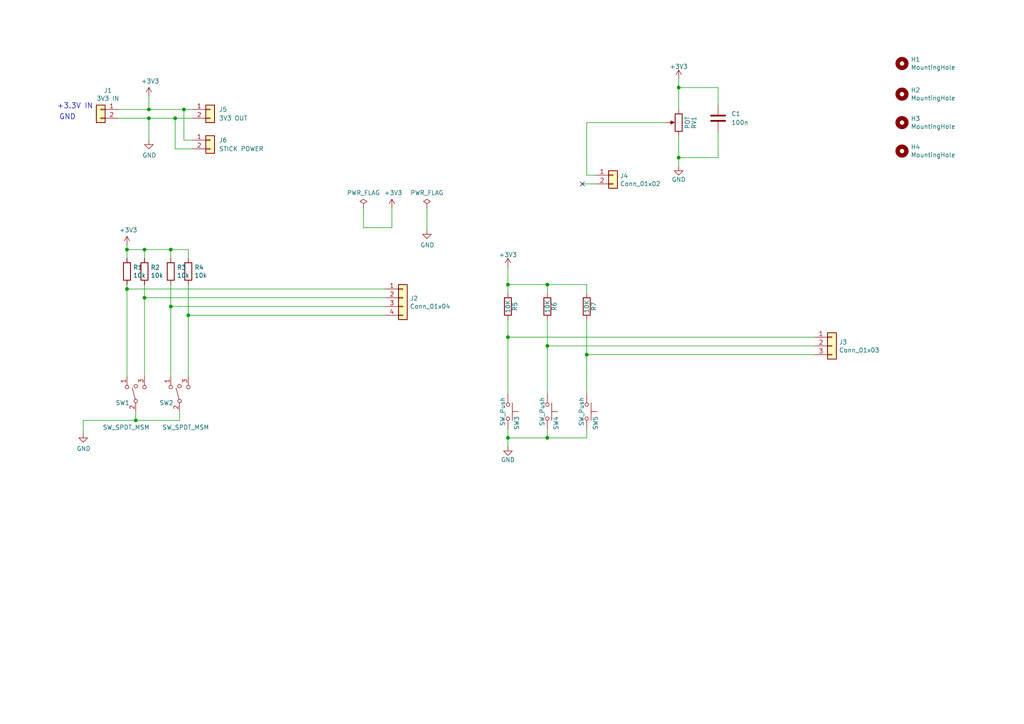
<source format=kicad_sch>
(kicad_sch (version 20240602) (generator "eeschema") (generator_version "8.99")
  (paper "A4")
  (lib_symbols
    (symbol "COM-09032:COM-09032" (pin_names (offset 1.016))
      (property "Reference" "U" (at -7.62 16.002 0))
      (property "Value" "COM-09032" (at -7.62 -20.32 0))
      (symbol "COM-09032_0_0"
        (polyline (pts (xy -7.62 15.24) (xy 7.62 15.24)) (stroke (width 0.254)))
        (polyline (pts (xy -7.62 -17.78) (xy -7.62 15.24)) (stroke (width 0.254)))
        (polyline (pts (xy 7.62 15.24) (xy 7.62 -17.78)) (stroke (width 0.254)))
        (polyline (pts (xy 7.62 -17.78) (xy -7.62 -17.78)) (stroke (width 0.254)))
        (pin passive line (at -12.7 12.7 0) (length 5.08) (name "V") (number "V2"))
        (pin passive line (at -12.7 10.16 0) (length 5.08) (name "V+") (number "V1"))
        (pin passive line (at -12.7 7.62 0) (length 5.08) (name "V-") (number "V3"))
        (pin passive line (at -12.7 2.54 0) (length 5.08) (name "H") (number "H2"))
        (pin passive line (at -12.7 0 0) (length 5.08) (name "H+") (number "H1"))
        (pin passive line (at -12.7 -2.54 0) (length 5.08) (name "H-") (number "H3"))
        (pin passive line (at -12.7 -7.62 0) (length 5.08) (name "SEL+") (number "B1A"))
        (pin passive line (at -12.7 -10.16 0) (length 5.08) (name "SEL-") (number "B2A"))
        (pin passive line (at -12.7 -15.24 0) (length 5.08) (name "SHIELD") (number "S1"))
        (pin passive line (at -12.7 -15.24 0) (length 5.08) (name "SHIELD") (number "S2"))
        (pin passive line (at -12.7 -15.24 0) (length 5.08) (name "SHIELD") (number "S3"))
        (pin passive line (at -12.7 -15.24 0) (length 5.08) (name "SHIELD") (number "S4"))
      )
    )
    (symbol "Connector_Generic:Conn_01x02" (pin_names (offset 1.016) hide)
      (property "Reference" "J" (at 0 2.54 0))
      (property "Value" "Conn_01x02" (at 0 -5.08 0))
      (symbol "Conn_01x02_1_1"
        (rectangle (start -1.27 1.27) (end 1.27 -3.81) (stroke (width 0.254)) (fill (type background)))
        (rectangle (start -1.27 0.127) (end 0 -0.127) (stroke (width 0.1524)))
        (rectangle (start -1.27 -2.413) (end 0 -2.667) (stroke (width 0.1524)))
        (pin passive line (at -5.08 0 0) (length 3.81) (name "Pin_1") (number "1"))
        (pin passive line (at -5.08 -2.54 0) (length 3.81) (name "Pin_2") (number "2"))
      )
    )
    (symbol "Connector_Generic:Conn_01x03" (pin_names (offset 1.016) hide)
      (property "Reference" "J" (at 0 5.08 0))
      (property "Value" "Conn_01x03" (at 0 -5.08 0))
      (symbol "Conn_01x03_1_1"
        (rectangle (start -1.27 3.81) (end 1.27 -3.81) (stroke (width 0.254)) (fill (type background)))
        (rectangle (start -1.27 2.667) (end 0 2.413) (stroke (width 0.1524)))
        (rectangle (start -1.27 0.127) (end 0 -0.127) (stroke (width 0.1524)))
        (rectangle (start -1.27 -2.413) (end 0 -2.667) (stroke (width 0.1524)))
        (pin passive line (at -5.08 2.54 0) (length 3.81) (name "Pin_1") (number "1"))
        (pin passive line (at -5.08 0 0) (length 3.81) (name "Pin_2") (number "2"))
        (pin passive line (at -5.08 -2.54 0) (length 3.81) (name "Pin_3") (number "3"))
      )
    )
    (symbol "Connector_Generic:Conn_01x04" (pin_names (offset 1.016) hide)
      (property "Reference" "J" (at 0 5.08 0))
      (property "Value" "Conn_01x04" (at 0 -7.62 0))
      (symbol "Conn_01x04_1_1"
        (rectangle (start -1.27 3.81) (end 1.27 -6.35) (stroke (width 0.254)) (fill (type background)))
        (rectangle (start -1.27 2.667) (end 0 2.413) (stroke (width 0.1524)))
        (rectangle (start -1.27 0.127) (end 0 -0.127) (stroke (width 0.1524)))
        (rectangle (start -1.27 -2.413) (end 0 -2.667) (stroke (width 0.1524)))
        (rectangle (start -1.27 -4.953) (end 0 -5.207) (stroke (width 0.1524)))
        (pin passive line (at -5.08 2.54 0) (length 3.81) (name "Pin_1") (number "1"))
        (pin passive line (at -5.08 0 0) (length 3.81) (name "Pin_2") (number "2"))
        (pin passive line (at -5.08 -2.54 0) (length 3.81) (name "Pin_3") (number "3"))
        (pin passive line (at -5.08 -5.08 0) (length 3.81) (name "Pin_4") (number "4"))
      )
    )
    (symbol "Device:C" (pin_numbers hide) (pin_names (offset 0.254))
      (property "Reference" "C" (at 0.635 2.54 0))
      (property "Value" "C" (at 0.635 -2.54 0))
      (symbol "C_0_1"
        (polyline (pts (xy -2.032 0.762) (xy 2.032 0.762)) (stroke (width 0.508)))
        (polyline (pts (xy -2.032 -0.762) (xy 2.032 -0.762)) (stroke (width 0.508)))
      )
      (symbol "C_1_1"
        (pin passive line (at 0 3.81 270) (length 2.794) (name "~") (number "1"))
        (pin passive line (at 0 -3.81 90) (length 2.794) (name "~") (number "2"))
      )
    )
    (symbol "Device:R" (pin_numbers hide) (pin_names (offset 0))
      (property "Reference" "R" (at 2.032 0 90))
      (property "Value" "R" (at 0 0 90))
      (symbol "R_0_1"
        (rectangle (start -1.016 -2.54) (end 1.016 2.54) (stroke (width 0.254)))
      )
      (symbol "R_1_1"
        (pin passive line (at 0 3.81 270) (length 1.27) (name "~") (number "1"))
        (pin passive line (at 0 -3.81 90) (length 1.27) (name "~") (number "2"))
      )
    )
    (symbol "Mechanical:MountingHole" (pin_names (offset 1.016))
      (property "Reference" "H" (at 0 5.08 0))
      (property "Value" "MountingHole" (at 0 3.175 0))
      (symbol "MountingHole_0_1"
        (circle (center 0 0) (radius 1.27) (stroke (width 1.27)))
      )
    )
    (symbol "mainboard-rescue:+5V" (power) (pin_names (offset 0))
      (property "Value" "+5V" (at 0 3.556 0))
      (symbol "+5V_0_1"
        (polyline (pts (xy -0.762 1.27) (xy 0 2.54)))
        (polyline (pts (xy 0 2.54) (xy 0.762 1.27)))
        (polyline (pts (xy 0 0) (xy 0 2.54)))
      )
      (symbol "+5V_1_1"
        (pin power_in line (at 0 0 90) (length 0) hide (name "+5V") (number "1"))
      )
    )
    (symbol "mainboard-rescue:GND" (power) (pin_names (offset 0))
      (property "Value" "GND" (at 0 -3.81 0))
      (symbol "GND_0_1"
        (polyline (pts (xy 0 0) (xy 0 -1.27) (xy 1.27 -1.27) (xy 0 -2.54) (xy -1.27 -1.27) (xy 0 -1.27)))
      )
      (symbol "GND_1_1"
        (pin power_in line (at 0 0 270) (length 0) hide (name "GND") (number "1"))
      )
    )
    (symbol "mainboard-rescue:POT" (pin_numbers hide) (pin_names (offset 1.016) hide)
      (property "Reference" "RV" (at -4.445 0 90))
      (property "Value" "POT" (at -2.54 0 90))
      (symbol "POT_0_1"
        (rectangle (start 1.016 2.54) (end -1.016 -2.54) (stroke (width 0.254)))
        (polyline (pts (xy 1.143 0) (xy 2.286 0.508) (xy 2.286 -0.508)) (fill (type outline)))
        (polyline (pts (xy 2.54 0) (xy 1.524 0)))
      )
      (symbol "POT_1_1"
        (pin passive line (at 0 3.81 270) (length 1.27) (name "1") (number "1"))
        (pin passive line (at 0 -3.81 90) (length 1.27) (name "3") (number "3"))
        (pin passive line (at 3.81 0 180) (length 1.27) (name "2") (number "2"))
      )
    )
    (symbol "mainboard-rescue:R" (pin_numbers hide) (pin_names (offset 0))
      (property "Reference" "R" (at 2.032 0 90))
      (property "Value" "R" (at 0 0 90))
      (symbol "R_0_1"
        (rectangle (start -1.016 -2.54) (end 1.016 2.54) (stroke (width 0.254)))
      )
      (symbol "R_1_1"
        (pin passive line (at 0 3.81 270) (length 1.27) (name "~") (number "1"))
        (pin passive line (at 0 -3.81 90) (length 1.27) (name "~") (number "2"))
      )
    )
    (symbol "mainboard-rescue:SW_Push" (pin_numbers hide) (pin_names (offset 1.016) hide)
      (property "Reference" "SW" (at 1.27 2.54 0))
      (property "Value" "SW_Push" (at 0 -1.524 0))
      (symbol "SW_Push_0_1"
        (circle (center -2.032 0) (radius 0.508))
        (polyline (pts (xy 0 1.27) (xy 0 3.048)))
        (circle (center 2.032 0) (radius 0.508))
        (polyline (pts (xy 2.54 1.27) (xy -2.54 1.27)))
        (pin passive line (at -5.08 0 0) (length 2.54) (name "1") (number "1"))
        (pin passive line (at 5.08 0 180) (length 2.54) (name "2") (number "2"))
      )
    )
    (symbol "mainboard-rescue:SW_SPDT_MSM" (pin_names (offset 0) hide)
      (property "Reference" "SW" (at 0 5.08 0))
      (property "Value" "SW_SPDT_MSM" (at 0 -5.08 0))
      (symbol "SW_SPDT_MSM_0_0"
        (circle (center -2.032 0) (radius 0.508))
        (polyline (pts (xy -1.524 0.127) (xy 1.778 1.016)))
        (circle (center 2.032 -2.54) (radius 0.508))
      )
      (symbol "SW_SPDT_MSM_0_1"
        (circle (center 2.032 2.54) (radius 0.508))
        (circle (center 2.286 0) (radius 0.508))
      )
      (symbol "SW_SPDT_MSM_1_1"
        (pin passive line (at -5.08 0 0) (length 2.54) (name "2") (number "2"))
        (pin passive line (at 5.08 2.54 180) (length 2.54) (name "1") (number "1"))
        (pin passive line (at 5.08 -2.54 180) (length 2.54) (name "3") (number "3"))
      )
    )
    (symbol "power:+5V" (power) (pin_names (offset 0))
      (property "Value" "+5V" (at 0 3.556 0))
      (symbol "+5V_0_1"
        (polyline (pts (xy -0.762 1.27) (xy 0 2.54)))
        (polyline (pts (xy 0 2.54) (xy 0.762 1.27)))
        (polyline (pts (xy 0 0) (xy 0 2.54)))
      )
      (symbol "+5V_1_1"
        (pin power_in line (at 0 0 90) (length 0) hide (name "+5V") (number "1"))
      )
    )
    (symbol "power:GND" (power) (pin_names (offset 0))
      (property "Value" "GND" (at 0 -3.81 0))
      (symbol "GND_0_1"
        (polyline (pts (xy 0 0) (xy 0 -1.27) (xy 1.27 -1.27) (xy 0 -2.54) (xy -1.27 -1.27) (xy 0 -1.27)))
      )
      (symbol "GND_1_1"
        (pin power_in line (at 0 0 270) (length 0) hide (name "GND") (number "1"))
      )
    )
    (symbol "power:PWR_FLAG" (power) (pin_numbers hide) (pin_names (offset 0) hide)
      (property "Value" "PWR_FLAG" (at 0 3.81 0))
      (symbol "PWR_FLAG_0_0"
        (pin power_out line (at 0 0 90) (length 0) (name "pwr") (number "1"))
      )
      (symbol "PWR_FLAG_0_1"
        (polyline (pts (xy 0 0) (xy 0 1.27) (xy -1.016 1.905) (xy 0 2.54) (xy 1.016 1.905) (xy 0 1.27)))
      )
    )
  )
  (text "GND" (at 17.145 34.925 0) (effects (font (size 1.524 1.524)) (justify left bottom)))
  (text "+3.3V IN" (at 16.51 31.75 0) (effects (font (size 1.524 1.524)) (justify left bottom)))
  (junction (at 147.32 82.55))
  (junction (at 54.61 91.44))
  (junction (at 196.85 45.72))
  (junction (at 196.85 25.4))
  (junction (at 41.91 86.36))
  (junction (at 53.34 31.75))
  (junction (at 36.83 72.39))
  (junction (at 170.18 102.87))
  (junction (at 36.83 83.82))
  (junction (at 49.53 88.9))
  (junction (at 147.32 97.79))
  (junction (at 158.75 100.33))
  (junction (at 158.75 82.55))
  (junction (at 39.37 121.92))
  (junction (at 50.8 34.29))
  (junction (at 49.53 72.39))
  (junction (at 147.32 127))
  (junction (at 43.18 34.29))
  (junction (at 43.18 31.75))
  (junction (at 158.75 127))
  (junction (at 41.91 72.39))
  (no_connect (at 168.91 53.34))
  (wire (pts (xy 49.53 88.9) (xy 49.53 109.22)))
  (wire (pts (xy 158.75 127) (xy 170.18 127)))
  (wire (pts (xy 39.37 119.38) (xy 39.37 121.92)))
  (wire (pts (xy 158.75 124.46) (xy 158.75 127)))
  (wire (pts (xy 196.85 25.4) (xy 196.85 31.75)))
  (wire (pts (xy 111.76 83.82) (xy 36.83 83.82)))
  (wire (pts (xy 158.75 82.55) (xy 158.75 85.09)))
  (wire (pts (xy 170.18 50.8) (xy 172.72 50.8)))
  (wire (pts (xy 236.22 102.87) (xy 170.18 102.87)))
  (wire (pts (xy 111.76 86.36) (xy 41.91 86.36)))
  (wire (pts (xy 49.53 74.93) (xy 49.53 72.39)))
  (wire (pts (xy 147.32 82.55) (xy 147.32 85.09)))
  (wire (pts (xy 43.18 31.75) (xy 34.29 31.75)))
  (wire (pts (xy 41.91 72.39) (xy 49.53 72.39)))
  (wire (pts (xy 147.32 82.55) (xy 158.75 82.55)))
  (wire (pts (xy 170.18 35.56) (xy 193.04 35.56)))
  (wire (pts (xy 168.91 53.34) (xy 172.72 53.34)))
  (wire (pts (xy 41.91 82.55) (xy 41.91 86.36)))
  (wire (pts (xy 41.91 86.36) (xy 41.91 109.22)))
  (wire (pts (xy 196.85 22.86) (xy 196.85 25.4)))
  (wire (pts (xy 39.37 121.92) (xy 52.07 121.92)))
  (wire (pts (xy 52.07 119.38) (xy 52.07 121.92)))
  (wire (pts (xy 196.85 45.72) (xy 196.85 48.26)))
  (wire (pts (xy 54.61 82.55) (xy 54.61 91.44)))
  (wire (pts (xy 34.29 34.29) (xy 43.18 34.29)))
  (wire (pts (xy 111.76 91.44) (xy 54.61 91.44)))
  (wire (pts (xy 170.18 102.87) (xy 170.18 114.3)))
  (wire (pts (xy 50.8 43.18) (xy 50.8 34.29)))
  (wire (pts (xy 24.13 125.73) (xy 24.13 121.92)))
  (wire (pts (xy 147.32 97.79) (xy 147.32 114.3)))
  (wire (pts (xy 43.18 27.94) (xy 43.18 31.75)))
  (wire (pts (xy 54.61 91.44) (xy 54.61 109.22)))
  (wire (pts (xy 55.88 40.64) (xy 53.34 40.64)))
  (wire (pts (xy 208.28 38.1) (xy 208.28 45.72)))
  (wire (pts (xy 49.53 72.39) (xy 54.61 72.39)))
  (wire (pts (xy 43.18 34.29) (xy 43.18 40.64)))
  (wire (pts (xy 105.41 66.04) (xy 105.41 60.325)))
  (wire (pts (xy 170.18 82.55) (xy 170.18 85.09)))
  (wire (pts (xy 113.665 66.04) (xy 105.41 66.04)))
  (wire (pts (xy 236.22 100.33) (xy 158.75 100.33)))
  (wire (pts (xy 36.83 83.82) (xy 36.83 109.22)))
  (wire (pts (xy 208.28 30.48) (xy 208.28 25.4)))
  (wire (pts (xy 113.665 60.325) (xy 113.665 66.04)))
  (wire (pts (xy 208.28 25.4) (xy 196.85 25.4)))
  (wire (pts (xy 170.18 92.71) (xy 170.18 102.87)))
  (wire (pts (xy 158.75 82.55) (xy 170.18 82.55)))
  (wire (pts (xy 53.34 31.75) (xy 55.88 31.75)))
  (wire (pts (xy 36.83 82.55) (xy 36.83 83.82)))
  (wire (pts (xy 50.8 34.29) (xy 55.88 34.29)))
  (wire (pts (xy 24.13 121.92) (xy 39.37 121.92)))
  (wire (pts (xy 236.22 97.79) (xy 147.32 97.79)))
  (wire (pts (xy 43.18 34.29) (xy 50.8 34.29)))
  (wire (pts (xy 208.28 45.72) (xy 196.85 45.72)))
  (wire (pts (xy 158.75 100.33) (xy 158.75 114.3)))
  (wire (pts (xy 196.85 39.37) (xy 196.85 45.72)))
  (wire (pts (xy 147.32 92.71) (xy 147.32 97.79)))
  (wire (pts (xy 170.18 35.56) (xy 170.18 50.8)))
  (wire (pts (xy 111.76 88.9) (xy 49.53 88.9)))
  (wire (pts (xy 36.83 71.12) (xy 36.83 72.39)))
  (wire (pts (xy 36.83 72.39) (xy 41.91 72.39)))
  (wire (pts (xy 36.83 72.39) (xy 36.83 74.93)))
  (wire (pts (xy 43.18 31.75) (xy 53.34 31.75)))
  (wire (pts (xy 123.825 66.675) (xy 123.825 60.325)))
  (wire (pts (xy 147.32 124.46) (xy 147.32 127)))
  (wire (pts (xy 55.88 43.18) (xy 50.8 43.18)))
  (wire (pts (xy 158.75 92.71) (xy 158.75 100.33)))
  (wire (pts (xy 54.61 72.39) (xy 54.61 74.93)))
  (wire (pts (xy 147.32 127) (xy 147.32 129.54)))
  (wire (pts (xy 170.18 124.46) (xy 170.18 127)))
  (wire (pts (xy 49.53 82.55) (xy 49.53 88.9)))
  (wire (pts (xy 53.34 40.64) (xy 53.34 31.75)))
  (wire (pts (xy 147.32 77.47) (xy 147.32 82.55)))
  (wire (pts (xy 147.32 127) (xy 158.75 127)))
  (wire (pts (xy 41.91 72.39) (xy 41.91 74.93)))
  (symbol (lib_id "mainboard-rescue:POT") (at 196.85 35.56 0) (mirror y) (unit 1)
    (property "Reference" "RV1" (at 201.295 35.56 90))
    (property "Value" "POT" (at 199.39 35.56 90))
    (property "Footprint" "Remote:Potentiometer_6mm_axis_square" (effects (hide yes)))
  )
  (symbol (lib_id "mainboard-rescue:GND") (at 196.85 48.26 0) (unit 1)
    (property "Reference" "#PWR0104" (effects (hide yes)))
    (property "Value" "GND" (at 196.85 52.07 0))
  )
  (symbol (lib_id "mainboard-rescue:+5V") (at 196.85 22.86 0) (unit 1)
    (property "Reference" "#PWR0105" (effects (hide yes)))
    (property "Value" "+3V3" (at 196.85 19.304 0))
  )
  (symbol (lib_id "power:+5V") (at 43.18 27.94 0) (unit 1)
    (property "Reference" "#PWR0109" (effects (hide yes)))
    (property "Value" "+3V3" (at 43.561 23.5458 0))
  )
  (symbol (lib_id "power:GND") (at 43.18 40.64 0) (unit 1)
    (property "Reference" "#PWR0111" (effects (hide yes)))
    (property "Value" "GND" (at 43.307 45.0342 0))
  )
  (symbol (lib_id "power:PWR_FLAG") (at 105.41 60.325 0) (unit 1)
    (property "Reference" "#FLG0101" (effects (hide yes)))
    (property "Value" "PWR_FLAG" (at 105.41 55.9308 0))
  )
  (symbol (lib_id "power:+5V") (at 113.665 60.325 0) (unit 1)
    (property "Reference" "#PWR0127" (effects (hide yes)))
    (property "Value" "+3V3" (at 114.046 55.9308 0))
  )
  (symbol (lib_id "power:PWR_FLAG") (at 123.825 60.325 0) (unit 1)
    (property "Reference" "#FLG0102" (effects (hide yes)))
    (property "Value" "PWR_FLAG" (at 123.825 55.9308 0))
  )
  (symbol (lib_id "power:GND") (at 123.825 66.675 0) (unit 1)
    (property "Reference" "#PWR0128" (effects (hide yes)))
    (property "Value" "GND" (at 123.952 71.0692 0))
  )
  (symbol (lib_id "Connector_Generic:Conn_01x02") (at 29.21 31.75 0) (mirror y) (unit 1)
    (property "Reference" "J1" (at 31.2928 26.2382 0))
    (property "Value" "3V3 IN" (at 31.2928 28.5496 0))
    (property "Footprint" "Connector_JST:JST_XH_B02B-XH-A_1x02_P2.50mm_Vertical" (effects (hide yes)))
  )
  (symbol (lib_id "Connector_Generic:Conn_01x02") (at 177.8 50.8 0) (unit 1)
    (property "Reference" "J4" (at 179.832 51.0032 0) (effects (justify left)))
    (property "Value" "Conn_01x02" (at 179.832 53.3146 0) (effects (justify left)))
    (property "Footprint" "Connector_JST:JST_XH_B02B-XH-A_1x02_P2.50mm_Vertical" (effects (hide yes)))
  )
  (symbol (lib_id "Mechanical:MountingHole") (at 261.62 18.415 0) (unit 1)
    (property "Reference" "H1" (at 264.16 17.2466 0) (effects (justify left)))
    (property "Value" "MountingHole" (at 264.16 19.558 0) (effects (justify left)))
    (property "Footprint" "MountingHole:MountingHole_3.2mm_M3" (effects (hide yes)))
  )
  (symbol (lib_id "Mechanical:MountingHole") (at 261.62 27.305 0) (unit 1)
    (property "Reference" "H2" (at 264.16 26.1366 0) (effects (justify left)))
    (property "Value" "MountingHole" (at 264.16 28.448 0) (effects (justify left)))
    (property "Footprint" "MountingHole:MountingHole_3.2mm_M3" (effects (hide yes)))
  )
  (symbol (lib_id "Mechanical:MountingHole") (at 261.62 35.56 0) (unit 1)
    (property "Reference" "H3" (at 264.16 34.3916 0) (effects (justify left)))
    (property "Value" "MountingHole" (at 264.16 36.703 0) (effects (justify left)))
    (property "Footprint" "MountingHole:MountingHole_3.2mm_M3" (effects (hide yes)))
  )
  (symbol (lib_id "Mechanical:MountingHole") (at 261.62 43.815 0) (unit 1)
    (property "Reference" "H4" (at 264.16 42.6466 0) (effects (justify left)))
    (property "Value" "MountingHole" (at 264.16 44.958 0) (effects (justify left)))
    (property "Footprint" "MountingHole:MountingHole_3.2mm_M3" (effects (hide yes)))
  )
  (symbol (lib_id "Connector_Generic:Conn_01x02") (at 60.96 31.75 0) (unit 1)
    (property "Reference" "J5" (at 63.5 31.7499 0) (effects (justify left)))
    (property "Value" "3V3 OUT" (at 63.5 34.2899 0) (effects (justify left)))
    (property "Footprint" "Connector_JST:JST_XH_B02B-XH-A_1x02_P2.50mm_Vertical" (effects (hide yes)))
    (property "Description" "Generic connector, single row, 01x02, script generated (kicad-library-utils/schlib/autogen/connector/)" (effects (hide yes)))
  )
  (symbol (lib_id "mainboard-rescue:+5V") (at 147.32 77.47 0) (unit 1)
    (property "Reference" "#PWR05" (effects (hide yes)))
    (property "Value" "+3V3" (at 147.32 73.914 0))
  )
  (symbol (lib_id "mainboard-rescue:SW_Push") (at 147.32 119.38 270) (unit 1)
    (property "Reference" "SW3" (at 149.86 120.65 0) (effects (justify left)))
    (property "Value" "SW_Push" (at 145.796 119.38 0))
    (property "Footprint" "Remote:Switch_1x02_P6mm" (effects (hide yes)))
  )
  (symbol (lib_id "mainboard-rescue:SW_SPDT_MSM") (at 52.07 114.3 90) (unit 1)
    (property "Reference" "SW2" (at 48.26 116.84 90))
    (property "Value" "SW_SPDT_MSM" (at 53.848 123.952 90))
    (property "Footprint" "Remote:Switch_1x03_P5.08mm" (effects (hide yes)))
  )
  (symbol (lib_id "mainboard-rescue:SW_SPDT_MSM") (at 39.37 114.3 90) (unit 1)
    (property "Reference" "SW1" (at 35.56 116.84 90))
    (property "Value" "SW_SPDT_MSM" (at 36.576 123.952 90))
    (property "Footprint" "Remote:Switch_1x03_P5.08mm" (effects (hide yes)))
  )
  (symbol (lib_id "Device:R") (at 36.83 78.74 0) (unit 1)
    (property "Reference" "R1" (at 38.608 77.5716 0) (effects (justify left)))
    (property "Value" "10k" (at 38.608 79.883 0) (effects (justify left)))
    (property "Footprint" "Resistor_SMD:R_0603_1608Metric" (effects (hide yes)))
  )
  (symbol (lib_id "Connector_Generic:Conn_01x04") (at 116.84 86.36 0) (unit 1)
    (property "Reference" "J2" (at 118.872 86.5632 0) (effects (justify left)))
    (property "Value" "Conn_01x04" (at 118.872 88.8746 0) (effects (justify left)))
    (property "Footprint" "Connector_JST:JST_XH_B04B-XH-A_1x04_P2.50mm_Vertical" (effects (hide yes)))
  )
  (symbol (lib_id "Device:R") (at 41.91 78.74 0) (unit 1)
    (property "Reference" "R2" (at 43.688 77.5716 0) (effects (justify left)))
    (property "Value" "10k" (at 43.688 79.883 0) (effects (justify left)))
    (property "Footprint" "Resistor_SMD:R_0603_1608Metric" (effects (hide yes)))
  )
  (symbol (lib_id "Connector_Generic:Conn_01x03") (at 241.3 100.33 0) (unit 1)
    (property "Reference" "J3" (at 243.332 99.2632 0) (effects (justify left)))
    (property "Value" "Conn_01x03" (at 243.332 101.5746 0) (effects (justify left)))
    (property "Footprint" "Connector_JST:JST_XH_B03B-XH-A_1x03_P2.50mm_Vertical" (effects (hide yes)))
  )
  (symbol (lib_id "Device:C") (at 208.28 34.29 0) (unit 1)
    (property "Reference" "C1" (at 212.09 33.0199 0) (effects (justify left)))
    (property "Value" "100n" (at 212.09 35.5599 0) (effects (justify left)))
    (property "Footprint" "Capacitor_SMD:C_0603_1608Metric" (effects (hide yes)))
    (property "Description" "Unpolarized capacitor" (effects (hide yes)))
  )
  (symbol (lib_id "mainboard-rescue:GND") (at 147.32 129.54 0) (unit 1)
    (property "Reference" "#PWR06" (effects (hide yes)))
    (property "Value" "GND" (at 147.32 133.35 0))
  )
  (symbol (lib_id "Device:R") (at 49.53 78.74 0) (unit 1)
    (property "Reference" "R3" (at 51.308 77.5716 0) (effects (justify left)))
    (property "Value" "10k" (at 51.308 79.883 0) (effects (justify left)))
    (property "Footprint" "Resistor_SMD:R_0603_1608Metric" (effects (hide yes)))
  )
  (symbol (lib_id "power:+5V") (at 36.83 71.12 0) (unit 1)
    (property "Reference" "#PWR04" (effects (hide yes)))
    (property "Value" "+3V3" (at 37.211 66.7258 0))
  )
  (symbol (lib_id "mainboard-rescue:R") (at 147.32 88.9 0) (unit 1)
    (property "Reference" "R5" (at 149.352 88.9 90))
    (property "Value" "10K" (at 147.32 88.9 90))
    (property "Footprint" "Resistor_SMD:R_0603_1608Metric" (effects (hide yes)))
  )
  (symbol (lib_id "power:GND") (at 24.13 125.73 0) (unit 1)
    (property "Reference" "#PWR03" (effects (hide yes)))
    (property "Value" "GND" (at 24.257 130.1242 0))
  )
  (symbol (lib_id "mainboard-rescue:SW_Push") (at 170.18 119.38 270) (unit 1)
    (property "Reference" "SW5" (at 172.72 120.65 0) (effects (justify left)))
    (property "Value" "SW_Push" (at 168.656 119.38 0))
    (property "Footprint" "Remote:Switch_1x02_P6mm" (effects (hide yes)))
  )
  (symbol (lib_id "mainboard-rescue:R") (at 170.18 88.9 0) (unit 1)
    (property "Reference" "R7" (at 172.212 88.9 90))
    (property "Value" "10K" (at 170.18 88.9 90))
    (property "Footprint" "Resistor_SMD:R_0603_1608Metric" (effects (hide yes)))
  )
  (symbol (lib_id "Connector_Generic:Conn_01x02") (at 60.96 40.64 0) (unit 1)
    (property "Reference" "J6" (at 63.5 40.6399 0) (effects (justify left)))
    (property "Value" "STICK POWER" (at 63.5 43.1799 0) (effects (justify left)))
    (property "Footprint" "Connector_JST:JST_XH_B02B-XH-A_1x02_P2.50mm_Vertical" (effects (hide yes)))
    (property "Description" "Generic connector, single row, 01x02, script generated (kicad-library-utils/schlib/autogen/connector/)" (effects (hide yes)))
  )
  (symbol (lib_id "mainboard-rescue:SW_Push") (at 158.75 119.38 270) (unit 1)
    (property "Reference" "SW4" (at 161.29 120.65 0) (effects (justify left)))
    (property "Value" "SW_Push" (at 157.226 119.38 0))
    (property "Footprint" "Remote:Switch_1x02_P6mm" (effects (hide yes)))
  )
  (symbol (lib_id "Device:R") (at 54.61 78.74 0) (unit 1)
    (property "Reference" "R4" (at 56.388 77.5716 0) (effects (justify left)))
    (property "Value" "10k" (at 56.388 79.883 0) (effects (justify left)))
    (property "Footprint" "Resistor_SMD:R_0603_1608Metric" (effects (hide yes)))
  )
  (symbol (lib_id "mainboard-rescue:R") (at 158.75 88.9 0) (unit 1)
    (property "Reference" "R6" (at 160.782 88.9 90))
    (property "Value" "10K" (at 158.75 88.9 90))
    (property "Footprint" "Resistor_SMD:R_0603_1608Metric" (effects (hide yes)))
  )
)
</source>
